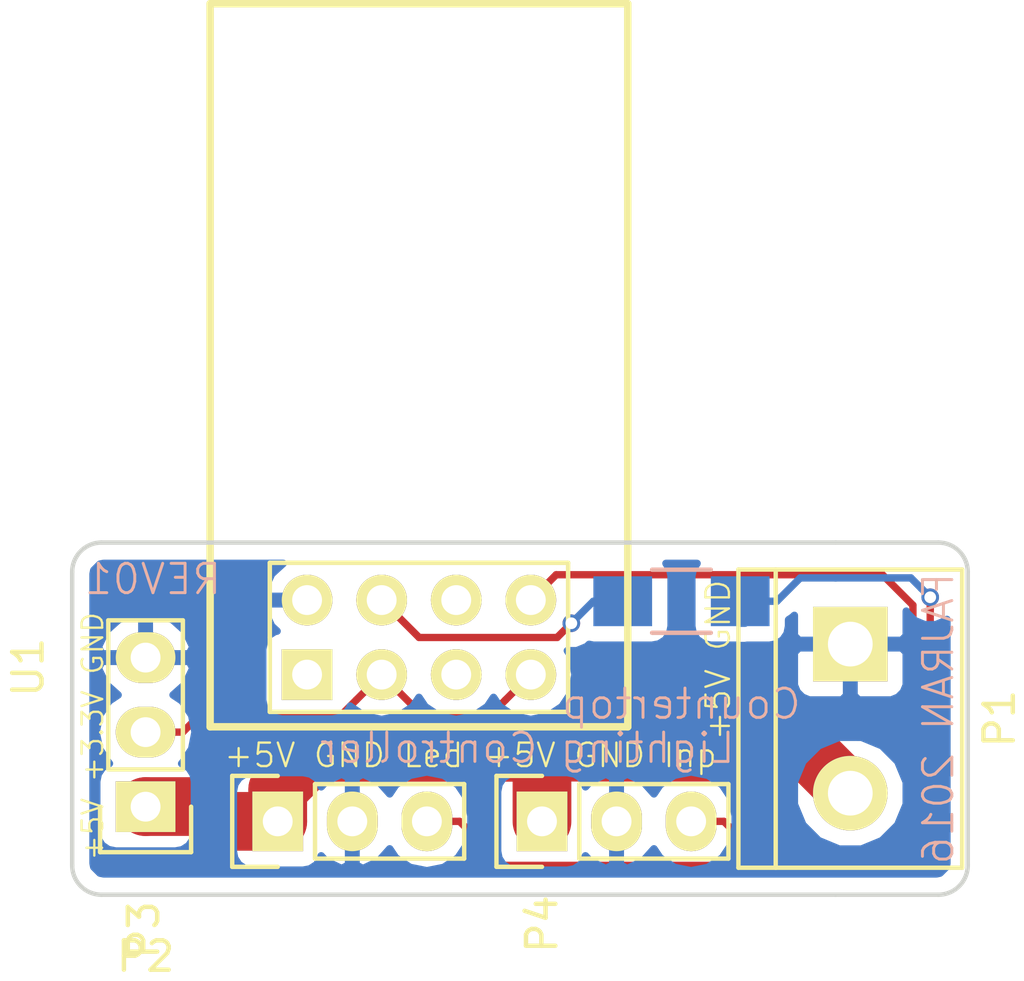
<source format=kicad_pcb>
(kicad_pcb (version 4) (host pcbnew 4.0.3+e1-6302~38~ubuntu15.04.1-stable)

  (general
    (links 12)
    (no_connects 0)
    (area 115.466667 80.312999 150.655 114.175)
    (thickness 1.6)
    (drawings 18)
    (tracks 49)
    (zones 0)
    (modules 6)
    (nets 10)
  )

  (page A4)
  (layers
    (0 F.Cu signal)
    (31 B.Cu signal)
    (32 B.Adhes user)
    (33 F.Adhes user)
    (34 B.Paste user)
    (35 F.Paste user)
    (36 B.SilkS user)
    (37 F.SilkS user)
    (38 B.Mask user)
    (39 F.Mask user)
    (40 Dwgs.User user)
    (41 Cmts.User user)
    (42 Eco1.User user)
    (43 Eco2.User user)
    (44 Edge.Cuts user)
    (45 Margin user)
    (46 B.CrtYd user)
    (47 F.CrtYd user)
    (48 B.Fab user)
    (49 F.Fab user)
  )

  (setup
    (last_trace_width 0.25)
    (trace_clearance 0.2)
    (zone_clearance 0.508)
    (zone_45_only yes)
    (trace_min 0.2)
    (segment_width 0.2)
    (edge_width 0.15)
    (via_size 0.6)
    (via_drill 0.4)
    (via_min_size 0.4)
    (via_min_drill 0.3)
    (uvia_size 0.3)
    (uvia_drill 0.1)
    (uvias_allowed no)
    (uvia_min_size 0.2)
    (uvia_min_drill 0.1)
    (pcb_text_width 0.3)
    (pcb_text_size 1.5 1.5)
    (mod_edge_width 0.15)
    (mod_text_size 1 1)
    (mod_text_width 0.15)
    (pad_size 1.524 1.524)
    (pad_drill 0.762)
    (pad_to_mask_clearance 0.2)
    (aux_axis_origin 0 0)
    (visible_elements FFFFFF7F)
    (pcbplotparams
      (layerselection 0x010f0_80000001)
      (usegerberextensions false)
      (excludeedgelayer true)
      (linewidth 0.100000)
      (plotframeref false)
      (viasonmask false)
      (mode 1)
      (useauxorigin false)
      (hpglpennumber 1)
      (hpglpenspeed 20)
      (hpglpendiameter 15)
      (hpglpenoverlay 2)
      (psnegative false)
      (psa4output false)
      (plotreference true)
      (plotvalue true)
      (plotinvisibletext false)
      (padsonsilk false)
      (subtractmaskfromsilk false)
      (outputformat 1)
      (mirror false)
      (drillshape 0)
      (scaleselection 1)
      (outputdirectory gerber))
  )

  (net 0 "")
  (net 1 GND)
  (net 2 +5V)
  (net 3 +3V3)
  (net 4 /Led)
  (net 5 "Net-(U1-Pad1)")
  (net 6 "Net-(U1-Pad5)")
  (net 7 "Net-(U1-Pad6)")
  (net 8 /Input)
  (net 9 "Net-(R1-Pad1)")

  (net_class Default "This is the default net class."
    (clearance 0.2)
    (trace_width 0.25)
    (via_dia 0.6)
    (via_drill 0.4)
    (uvia_dia 0.3)
    (uvia_drill 0.1)
    (add_net +3V3)
    (add_net /Input)
    (add_net /Led)
    (add_net GND)
    (add_net "Net-(R1-Pad1)")
    (add_net "Net-(U1-Pad1)")
    (add_net "Net-(U1-Pad5)")
    (add_net "Net-(U1-Pad6)")
  )

  (net_class 5V ""
    (clearance 0.2)
    (trace_width 2)
    (via_dia 0.6)
    (via_drill 0.4)
    (uvia_dia 0.3)
    (uvia_drill 0.1)
    (add_net +5V)
  )

  (module Pin_Headers:Pin_Header_Straight_1x03 (layer F.Cu) (tedit 57F94BEE) (tstamp 57F94A24)
    (at 125 108.5 90)
    (descr "Through hole pin header")
    (tags "pin header")
    (path /57F94CF7)
    (fp_text reference P3 (at -3.7 -4.56 90) (layer F.SilkS)
      (effects (font (size 1 1) (thickness 0.15)))
    )
    (fp_text value CONN_01X03 (at 0 -3.1 90) (layer F.Fab)
      (effects (font (size 1 1) (thickness 0.15)))
    )
    (fp_line (start -1.75 -1.75) (end -1.75 6.85) (layer F.CrtYd) (width 0.05))
    (fp_line (start 1.75 -1.75) (end 1.75 6.85) (layer F.CrtYd) (width 0.05))
    (fp_line (start -1.75 -1.75) (end 1.75 -1.75) (layer F.CrtYd) (width 0.05))
    (fp_line (start -1.75 6.85) (end 1.75 6.85) (layer F.CrtYd) (width 0.05))
    (fp_line (start -1.27 1.27) (end -1.27 6.35) (layer F.SilkS) (width 0.15))
    (fp_line (start -1.27 6.35) (end 1.27 6.35) (layer F.SilkS) (width 0.15))
    (fp_line (start 1.27 6.35) (end 1.27 1.27) (layer F.SilkS) (width 0.15))
    (fp_line (start 1.55 -1.55) (end 1.55 0) (layer F.SilkS) (width 0.15))
    (fp_line (start 1.27 1.27) (end -1.27 1.27) (layer F.SilkS) (width 0.15))
    (fp_line (start -1.55 0) (end -1.55 -1.55) (layer F.SilkS) (width 0.15))
    (fp_line (start -1.55 -1.55) (end 1.55 -1.55) (layer F.SilkS) (width 0.15))
    (pad 1 thru_hole rect (at 0 0 90) (size 2.032 1.7272) (drill 1.016) (layers *.Cu *.Mask F.SilkS)
      (net 2 +5V))
    (pad 2 thru_hole oval (at 0 2.54 90) (size 2.032 1.7272) (drill 1.016) (layers *.Cu *.Mask F.SilkS)
      (net 1 GND))
    (pad 3 thru_hole oval (at 0 5.08 90) (size 2.032 1.7272) (drill 1.016) (layers *.Cu *.Mask F.SilkS)
      (net 4 /Led))
    (model Pin_Headers.3dshapes/Pin_Header_Straight_1x03.wrl
      (at (xyz 0 -0.1 0))
      (scale (xyz 1 1 1))
      (rotate (xyz 0 0 90))
    )
  )

  (module ESP8266:ESP-01 (layer F.Cu) (tedit 577EF889) (tstamp 57F944F3)
    (at 126 103.5 90)
    (descr "Module, ESP-8266, ESP-01, 8 pin")
    (tags "Module ESP-8266 ESP8266")
    (path /57F9423F)
    (fp_text reference U1 (at 0.25 -9.5 90) (layer F.SilkS)
      (effects (font (size 1 1) (thickness 0.15)))
    )
    (fp_text value ESP-01v090 (at 12.192 3.556 90) (layer F.Fab)
      (effects (font (size 1 1) (thickness 0.15)))
    )
    (fp_line (start -1.778 -3.302) (end 22.86 -3.302) (layer F.SilkS) (width 0.254))
    (fp_line (start 22.86 -3.302) (end 22.86 10.922) (layer F.SilkS) (width 0.254))
    (fp_line (start 22.86 10.922) (end -1.778 10.922) (layer F.SilkS) (width 0.254))
    (fp_line (start -1.778 10.922) (end -1.778 -3.302) (layer F.SilkS) (width 0.254))
    (fp_line (start -1.778 -3.302) (end 22.86 -3.302) (layer F.Fab) (width 0.05))
    (fp_line (start 22.86 -3.302) (end 22.86 10.922) (layer F.Fab) (width 0.05))
    (fp_line (start 22.86 10.922) (end -1.778 10.922) (layer F.Fab) (width 0.05))
    (fp_line (start -1.778 10.922) (end -1.778 -3.302) (layer F.Fab) (width 0.05))
    (fp_line (start 1.27 -1.27) (end -1.27 -1.27) (layer F.SilkS) (width 0.1524))
    (fp_line (start -1.27 -1.27) (end -1.27 1.27) (layer F.SilkS) (width 0.1524))
    (fp_line (start -1.75 -1.75) (end -1.75 9.4) (layer F.CrtYd) (width 0.05))
    (fp_line (start 4.3 -1.75) (end 4.3 9.4) (layer F.CrtYd) (width 0.05))
    (fp_line (start -1.75 -1.75) (end 4.3 -1.75) (layer F.CrtYd) (width 0.05))
    (fp_line (start -1.75 9.4) (end 4.3 9.4) (layer F.CrtYd) (width 0.05))
    (fp_line (start -1.27 1.27) (end -1.27 8.89) (layer F.SilkS) (width 0.1524))
    (fp_line (start -1.27 8.89) (end 3.81 8.89) (layer F.SilkS) (width 0.1524))
    (fp_line (start 3.81 8.89) (end 3.81 -1.27) (layer F.SilkS) (width 0.1524))
    (fp_line (start 3.81 -1.27) (end 1.27 -1.27) (layer F.SilkS) (width 0.1524))
    (pad 1 thru_hole rect (at 0 0 90) (size 1.7272 1.7272) (drill 1.016) (layers *.Cu *.Mask F.SilkS)
      (net 5 "Net-(U1-Pad1)"))
    (pad 2 thru_hole oval (at 2.54 0 90) (size 1.7272 1.7272) (drill 1.016) (layers *.Cu *.Mask F.SilkS)
      (net 1 GND))
    (pad 3 thru_hole oval (at 0 2.54 90) (size 1.7272 1.7272) (drill 1.016) (layers *.Cu *.Mask F.SilkS)
      (net 3 +3V3))
    (pad 4 thru_hole oval (at 2.54 2.54 90) (size 1.7272 1.7272) (drill 1.016) (layers *.Cu *.Mask F.SilkS)
      (net 9 "Net-(R1-Pad1)"))
    (pad 5 thru_hole oval (at 0 5.08 90) (size 1.7272 1.7272) (drill 1.016) (layers *.Cu *.Mask F.SilkS)
      (net 6 "Net-(U1-Pad5)"))
    (pad 6 thru_hole oval (at 2.54 5.08 90) (size 1.7272 1.7272) (drill 1.016) (layers *.Cu *.Mask F.SilkS)
      (net 7 "Net-(U1-Pad6)"))
    (pad 7 thru_hole oval (at 0 7.62 90) (size 1.7272 1.7272) (drill 1.016) (layers *.Cu *.Mask F.SilkS)
      (net 3 +3V3))
    (pad 8 thru_hole oval (at 2.54 7.62 90) (size 1.7272 1.7272) (drill 1.016) (layers *.Cu *.Mask F.SilkS)
      (net 8 /Input))
  )

  (module Connect:bornier2 (layer F.Cu) (tedit 0) (tstamp 57F944D8)
    (at 144.5 105 270)
    (descr "Bornier d'alimentation 2 pins")
    (tags DEV)
    (path /57F942BF)
    (fp_text reference P1 (at 0 -5.08 270) (layer F.SilkS)
      (effects (font (size 1 1) (thickness 0.15)))
    )
    (fp_text value CONN_01X02 (at 0 5.08 270) (layer F.Fab)
      (effects (font (size 1 1) (thickness 0.15)))
    )
    (fp_line (start 5.08 2.54) (end -5.08 2.54) (layer F.SilkS) (width 0.15))
    (fp_line (start 5.08 3.81) (end 5.08 -3.81) (layer F.SilkS) (width 0.15))
    (fp_line (start 5.08 -3.81) (end -5.08 -3.81) (layer F.SilkS) (width 0.15))
    (fp_line (start -5.08 -3.81) (end -5.08 3.81) (layer F.SilkS) (width 0.15))
    (fp_line (start -5.08 3.81) (end 5.08 3.81) (layer F.SilkS) (width 0.15))
    (pad 1 thru_hole rect (at -2.54 0 270) (size 2.54 2.54) (drill 1.524) (layers *.Cu *.Mask F.SilkS)
      (net 1 GND))
    (pad 2 thru_hole circle (at 2.54 0 270) (size 2.54 2.54) (drill 1.524) (layers *.Cu *.Mask F.SilkS)
      (net 2 +5V))
    (model Connect.3dshapes/bornier2.wrl
      (at (xyz 0 0 0))
      (scale (xyz 1 1 1))
      (rotate (xyz 0 0 0))
    )
  )

  (module Pin_Headers:Pin_Header_Straight_1x03 (layer F.Cu) (tedit 0) (tstamp 57F944DF)
    (at 120.5 108 180)
    (descr "Through hole pin header")
    (tags "pin header")
    (path /57F943BD)
    (fp_text reference P2 (at 0 -5.1 180) (layer F.SilkS)
      (effects (font (size 1 1) (thickness 0.15)))
    )
    (fp_text value CONN_01X03 (at 0 -3.1 180) (layer F.Fab)
      (effects (font (size 1 1) (thickness 0.15)))
    )
    (fp_line (start -1.75 -1.75) (end -1.75 6.85) (layer F.CrtYd) (width 0.05))
    (fp_line (start 1.75 -1.75) (end 1.75 6.85) (layer F.CrtYd) (width 0.05))
    (fp_line (start -1.75 -1.75) (end 1.75 -1.75) (layer F.CrtYd) (width 0.05))
    (fp_line (start -1.75 6.85) (end 1.75 6.85) (layer F.CrtYd) (width 0.05))
    (fp_line (start -1.27 1.27) (end -1.27 6.35) (layer F.SilkS) (width 0.15))
    (fp_line (start -1.27 6.35) (end 1.27 6.35) (layer F.SilkS) (width 0.15))
    (fp_line (start 1.27 6.35) (end 1.27 1.27) (layer F.SilkS) (width 0.15))
    (fp_line (start 1.55 -1.55) (end 1.55 0) (layer F.SilkS) (width 0.15))
    (fp_line (start 1.27 1.27) (end -1.27 1.27) (layer F.SilkS) (width 0.15))
    (fp_line (start -1.55 0) (end -1.55 -1.55) (layer F.SilkS) (width 0.15))
    (fp_line (start -1.55 -1.55) (end 1.55 -1.55) (layer F.SilkS) (width 0.15))
    (pad 1 thru_hole rect (at 0 0 180) (size 2.032 1.7272) (drill 1.016) (layers *.Cu *.Mask F.SilkS)
      (net 2 +5V))
    (pad 2 thru_hole oval (at 0 2.54 180) (size 2.032 1.7272) (drill 1.016) (layers *.Cu *.Mask F.SilkS)
      (net 3 +3V3))
    (pad 3 thru_hole oval (at 0 5.08 180) (size 2.032 1.7272) (drill 1.016) (layers *.Cu *.Mask F.SilkS)
      (net 1 GND))
    (model Pin_Headers.3dshapes/Pin_Header_Straight_1x03.wrl
      (at (xyz 0 -0.1 0))
      (scale (xyz 1 1 1))
      (rotate (xyz 0 0 90))
    )
  )

  (module Resistors_SMD:R_1206_HandSoldering (layer B.Cu) (tedit 57F94DC3) (tstamp 57F94674)
    (at 138.75 101)
    (descr "Resistor SMD 1206, hand soldering")
    (tags "resistor 1206")
    (path /57F949E7)
    (attr smd)
    (fp_text reference R1 (at 0 2.3) (layer B.SilkS) hide
      (effects (font (size 1 1) (thickness 0.15)) (justify mirror))
    )
    (fp_text value R (at 0 -3) (layer B.Fab)
      (effects (font (size 1 1) (thickness 0.15)) (justify mirror))
    )
    (fp_line (start -3.3 1.2) (end 3.3 1.2) (layer B.CrtYd) (width 0.05))
    (fp_line (start -3.3 -1.2) (end 3.3 -1.2) (layer B.CrtYd) (width 0.05))
    (fp_line (start -3.3 1.2) (end -3.3 -1.2) (layer B.CrtYd) (width 0.05))
    (fp_line (start 3.3 1.2) (end 3.3 -1.2) (layer B.CrtYd) (width 0.05))
    (fp_line (start 1 -1.075) (end -1 -1.075) (layer B.SilkS) (width 0.15))
    (fp_line (start -1 1.075) (end 1 1.075) (layer B.SilkS) (width 0.15))
    (pad 1 smd rect (at -2 0) (size 2 1.7) (layers B.Cu B.Paste B.Mask)
      (net 9 "Net-(R1-Pad1)"))
    (pad 2 smd rect (at 2 0) (size 2 1.7) (layers B.Cu B.Paste B.Mask)
      (net 4 /Led))
    (model Resistors_SMD.3dshapes/R_1206_HandSoldering.wrl
      (at (xyz 0 0 0))
      (scale (xyz 1 1 1))
      (rotate (xyz 0 0 0))
    )
  )

  (module Pin_Headers:Pin_Header_Straight_1x03 (layer F.Cu) (tedit 57F94D58) (tstamp 57F94C8F)
    (at 134 108.5 90)
    (descr "Through hole pin header")
    (tags "pin header")
    (path /57F94F78)
    (fp_text reference P4 (at -3.5 0 90) (layer F.SilkS)
      (effects (font (size 1 1) (thickness 0.15)))
    )
    (fp_text value CONN_01X03 (at 0 -3.1 90) (layer F.Fab)
      (effects (font (size 1 1) (thickness 0.15)))
    )
    (fp_line (start -1.75 -1.75) (end -1.75 6.85) (layer F.CrtYd) (width 0.05))
    (fp_line (start 1.75 -1.75) (end 1.75 6.85) (layer F.CrtYd) (width 0.05))
    (fp_line (start -1.75 -1.75) (end 1.75 -1.75) (layer F.CrtYd) (width 0.05))
    (fp_line (start -1.75 6.85) (end 1.75 6.85) (layer F.CrtYd) (width 0.05))
    (fp_line (start -1.27 1.27) (end -1.27 6.35) (layer F.SilkS) (width 0.15))
    (fp_line (start -1.27 6.35) (end 1.27 6.35) (layer F.SilkS) (width 0.15))
    (fp_line (start 1.27 6.35) (end 1.27 1.27) (layer F.SilkS) (width 0.15))
    (fp_line (start 1.55 -1.55) (end 1.55 0) (layer F.SilkS) (width 0.15))
    (fp_line (start 1.27 1.27) (end -1.27 1.27) (layer F.SilkS) (width 0.15))
    (fp_line (start -1.55 0) (end -1.55 -1.55) (layer F.SilkS) (width 0.15))
    (fp_line (start -1.55 -1.55) (end 1.55 -1.55) (layer F.SilkS) (width 0.15))
    (pad 1 thru_hole rect (at 0 0 90) (size 2.032 1.7272) (drill 1.016) (layers *.Cu *.Mask F.SilkS)
      (net 2 +5V))
    (pad 2 thru_hole oval (at 0 2.54 90) (size 2.032 1.7272) (drill 1.016) (layers *.Cu *.Mask F.SilkS)
      (net 1 GND))
    (pad 3 thru_hole oval (at 0 5.08 90) (size 2.032 1.7272) (drill 1.016) (layers *.Cu *.Mask F.SilkS)
      (net 8 /Input))
    (model Pin_Headers.3dshapes/Pin_Header_Straight_1x03.wrl
      (at (xyz 0 -0.1 0))
      (scale (xyz 1 1 1))
      (rotate (xyz 0 0 90))
    )
  )

  (gr_text "Lighting Controller" (at 133.5 106) (layer B.SilkS)
    (effects (font (size 1 1) (thickness 0.1)) (justify mirror))
  )
  (gr_text Countertop (at 138.75 104.5) (layer B.SilkS)
    (effects (font (size 1 1) (thickness 0.1)) (justify mirror))
  )
  (gr_text REV01 (at 120.75 100.25) (layer B.SilkS)
    (effects (font (size 1 1) (thickness 0.1)) (justify mirror))
  )
  (gr_text "+5V GND Inp" (at 136 106.25) (layer F.SilkS)
    (effects (font (size 0.8 0.8) (thickness 0.08)))
  )
  (gr_text "+5V GND Led" (at 127.25 106.25) (layer F.SilkS)
    (effects (font (size 0.8 0.8) (thickness 0.08)))
  )
  (gr_line (start 147.5 99) (end 144 99) (angle 90) (layer Edge.Cuts) (width 0.15))
  (gr_line (start 147.5 111) (end 144 111) (angle 90) (layer Edge.Cuts) (width 0.15))
  (gr_text "+5V +3.3V GND" (at 118.7 105.6 90) (layer F.SilkS)
    (effects (font (size 0.7 0.7) (thickness 0.08)))
  )
  (gr_text "+5V GND" (at 140 103 90) (layer F.SilkS)
    (effects (font (size 0.8 0.8) (thickness 0.08)))
  )
  (gr_text "FAJRAN 2016" (at 147.5 105 90) (layer B.SilkS)
    (effects (font (size 1 1) (thickness 0.1)) (justify mirror))
  )
  (gr_arc (start 119 100) (end 118 100) (angle 90) (layer Edge.Cuts) (width 0.15))
  (gr_arc (start 119 110) (end 119 111) (angle 90) (layer Edge.Cuts) (width 0.15))
  (gr_arc (start 147.5 110) (end 148.5 110) (angle 90) (layer Edge.Cuts) (width 0.15))
  (gr_arc (start 147.5 100) (end 147.5 99) (angle 90) (layer Edge.Cuts) (width 0.15))
  (gr_line (start 148.5 110) (end 148.5 100) (angle 90) (layer Edge.Cuts) (width 0.15))
  (gr_line (start 119 111) (end 144 111) (angle 90) (layer Edge.Cuts) (width 0.15))
  (gr_line (start 118 100) (end 118 110) (angle 90) (layer Edge.Cuts) (width 0.15))
  (gr_line (start 144 99) (end 119 99) (angle 90) (layer Edge.Cuts) (width 0.15))

  (segment (start 144.5 107.54) (end 143.10202 106.14202) (width 2) (layer F.Cu) (net 2))
  (segment (start 134.127981 106.14202) (end 134 106.270001) (width 2) (layer F.Cu) (net 2))
  (segment (start 143.10202 106.14202) (end 134.127981 106.14202) (width 2) (layer F.Cu) (net 2))
  (segment (start 134 106.270001) (end 133.877998 106.147999) (width 2) (layer F.Cu) (net 2))
  (segment (start 133.877998 106.147999) (end 126.266103 106.147999) (width 2) (layer F.Cu) (net 2))
  (segment (start 126.266103 106.147999) (end 125 107.414102) (width 2) (layer F.Cu) (net 2))
  (segment (start 125 107.414102) (end 125 108.5) (width 2) (layer F.Cu) (net 2))
  (segment (start 125 108.5) (end 123.020041 108.5) (width 2) (layer F.Cu) (net 2))
  (segment (start 123.020041 108.5) (end 122.515668 107.995627) (width 2) (layer F.Cu) (net 2))
  (segment (start 122.515668 107.995627) (end 120.504373 107.995627) (width 2) (layer F.Cu) (net 2))
  (segment (start 120.504373 107.995627) (end 120.5 108) (width 2) (layer F.Cu) (net 2))
  (segment (start 134 108.5) (end 134 106.270001) (width 2) (layer F.Cu) (net 2))
  (segment (start 127.676401 104.363599) (end 128.54 103.5) (width 0.25) (layer F.Cu) (net 3))
  (segment (start 127.217012 104.822988) (end 127.676401 104.363599) (width 0.25) (layer F.Cu) (net 3))
  (segment (start 122.403012 104.822988) (end 127.217012 104.822988) (width 0.25) (layer F.Cu) (net 3))
  (segment (start 121.766 105.46) (end 122.403012 104.822988) (width 0.25) (layer F.Cu) (net 3))
  (segment (start 128.54 103.5) (end 129.862988 104.822988) (width 0.25) (layer F.Cu) (net 3))
  (segment (start 132.756401 104.363599) (end 133.62 103.5) (width 0.25) (layer F.Cu) (net 3))
  (segment (start 120.5 105.46) (end 121.766 105.46) (width 0.25) (layer F.Cu) (net 3))
  (segment (start 129.862988 104.822988) (end 132.297012 104.822988) (width 0.25) (layer F.Cu) (net 3))
  (segment (start 132.297012 104.822988) (end 132.756401 104.363599) (width 0.25) (layer F.Cu) (net 3))
  (segment (start 144 100.204781) (end 146.562544 100.204781) (width 0.25) (layer B.Cu) (net 4))
  (segment (start 142 101) (end 142.795219 100.204781) (width 0.25) (layer B.Cu) (net 4))
  (segment (start 140.75 101) (end 142 101) (width 0.25) (layer B.Cu) (net 4))
  (segment (start 142.795219 100.204781) (end 144 100.204781) (width 0.25) (layer B.Cu) (net 4))
  (segment (start 131.1936 108.5) (end 132.6936 110) (width 0.25) (layer F.Cu) (net 4))
  (segment (start 145.688407 110) (end 147.222075 108.466332) (width 0.25) (layer F.Cu) (net 4))
  (segment (start 130.08 108.5) (end 131.1936 108.5) (width 0.25) (layer F.Cu) (net 4))
  (segment (start 132.6936 110) (end 145.688407 110) (width 0.25) (layer F.Cu) (net 4))
  (segment (start 147.222075 108.466332) (end 147.222075 101.288576) (width 0.25) (layer F.Cu) (net 4))
  (segment (start 147.222075 101.288576) (end 147.222075 100.864312) (width 0.25) (layer F.Cu) (net 4))
  (segment (start 140.75 101.75) (end 140.917268 101.75) (width 0.25) (layer B.Cu) (net 4))
  (segment (start 146.562544 100.204781) (end 146.922076 100.564313) (width 0.25) (layer B.Cu) (net 4))
  (segment (start 146.922076 100.564313) (end 147.222075 100.864312) (width 0.25) (layer B.Cu) (net 4))
  (via (at 147.222075 100.864312) (size 0.6) (drill 0.4) (layers F.Cu B.Cu) (net 4))
  (segment (start 145.594531 100.096401) (end 134.483599 100.096401) (width 0.25) (layer F.Cu) (net 8))
  (segment (start 146.632928 101.134798) (end 145.594531 100.096401) (width 0.25) (layer F.Cu) (net 8))
  (segment (start 134.483599 100.096401) (end 133.62 100.96) (width 0.25) (layer F.Cu) (net 8))
  (segment (start 146.632928 108.419068) (end 146.632928 101.134798) (width 0.25) (layer F.Cu) (net 8))
  (segment (start 145.502007 109.549989) (end 146.632928 108.419068) (width 0.25) (layer F.Cu) (net 8))
  (segment (start 141.243589 109.549989) (end 145.502007 109.549989) (width 0.25) (layer F.Cu) (net 8))
  (segment (start 140.1936 108.5) (end 141.243589 109.549989) (width 0.25) (layer F.Cu) (net 8))
  (segment (start 139.08 108.5) (end 140.1936 108.5) (width 0.25) (layer F.Cu) (net 8))
  (segment (start 136.75 101) (end 135.75 101) (width 0.25) (layer B.Cu) (net 9))
  (segment (start 135.75 101) (end 135 101.75) (width 0.25) (layer B.Cu) (net 9))
  (segment (start 128.54 100.96) (end 129.81516 102.23516) (width 0.25) (layer F.Cu) (net 9))
  (segment (start 129.81516 102.23516) (end 134.51484 102.23516) (width 0.25) (layer F.Cu) (net 9))
  (segment (start 134.51484 102.23516) (end 135 101.75) (width 0.25) (layer F.Cu) (net 9))
  (via (at 135 101.75) (size 0.6) (drill 0.4) (layers F.Cu B.Cu) (net 9))

  (zone (net 1) (net_name GND) (layer B.Cu) (tstamp 57F94D36) (hatch edge 0.508)
    (connect_pads (clearance 0.508))
    (min_thickness 0.254)
    (fill yes (arc_segments 16) (thermal_gap 0.508) (thermal_bridge_width 0.508))
    (polygon
      (pts
        (xy 147.5 99.5) (xy 148 100) (xy 148 110) (xy 147.5 110.5) (xy 119 110.5)
        (xy 118.5 110) (xy 118.5 100) (xy 119 99.5)
      )
    )
    (filled_polygon
      (pts
        (xy 124.793179 100.07151) (xy 124.545032 100.600973) (xy 124.665531 100.833) (xy 125.873 100.833) (xy 125.873 100.813)
        (xy 126.127 100.813) (xy 126.127 100.833) (xy 126.147 100.833) (xy 126.147 101.087) (xy 126.127 101.087)
        (xy 126.127 101.107) (xy 125.873 101.107) (xy 125.873 101.087) (xy 124.665531 101.087) (xy 124.545032 101.319027)
        (xy 124.793179 101.84849) (xy 124.979433 102.018495) (xy 124.901083 102.033238) (xy 124.684959 102.17231) (xy 124.539969 102.38451)
        (xy 124.48896 102.6364) (xy 124.48896 104.3636) (xy 124.533238 104.598917) (xy 124.67231 104.815041) (xy 124.88451 104.960031)
        (xy 125.1364 105.01104) (xy 126.8636 105.01104) (xy 127.098917 104.966762) (xy 127.315041 104.82769) (xy 127.460031 104.61549)
        (xy 127.468864 104.571869) (xy 127.48033 104.589029) (xy 127.966511 104.913885) (xy 128.54 105.027959) (xy 129.113489 104.913885)
        (xy 129.59967 104.589029) (xy 129.81 104.274248) (xy 130.02033 104.589029) (xy 130.506511 104.913885) (xy 131.08 105.027959)
        (xy 131.653489 104.913885) (xy 132.13967 104.589029) (xy 132.35 104.274248) (xy 132.56033 104.589029) (xy 133.046511 104.913885)
        (xy 133.62 105.027959) (xy 134.193489 104.913885) (xy 134.67967 104.589029) (xy 135.004526 104.102848) (xy 135.1186 103.529359)
        (xy 135.1186 103.470641) (xy 135.004526 102.897152) (xy 134.903363 102.74575) (xy 142.595 102.74575) (xy 142.595 103.856309)
        (xy 142.691673 104.089698) (xy 142.870301 104.268327) (xy 143.10369 104.365) (xy 144.21425 104.365) (xy 144.373 104.20625)
        (xy 144.373 102.587) (xy 144.627 102.587) (xy 144.627 104.20625) (xy 144.78575 104.365) (xy 145.89631 104.365)
        (xy 146.129699 104.268327) (xy 146.308327 104.089698) (xy 146.405 103.856309) (xy 146.405 102.74575) (xy 146.24625 102.587)
        (xy 144.627 102.587) (xy 144.373 102.587) (xy 142.75375 102.587) (xy 142.595 102.74575) (xy 134.903363 102.74575)
        (xy 134.862691 102.684881) (xy 135.185167 102.685162) (xy 135.528943 102.543117) (xy 135.604264 102.467928) (xy 135.75 102.49744)
        (xy 137.75 102.49744) (xy 137.985317 102.453162) (xy 138.201441 102.31409) (xy 138.346431 102.10189) (xy 138.39744 101.85)
        (xy 138.39744 100.15) (xy 138.353162 99.914683) (xy 138.221452 99.71) (xy 139.282099 99.71) (xy 139.153569 99.89811)
        (xy 139.10256 100.15) (xy 139.10256 101.85) (xy 139.146838 102.085317) (xy 139.28591 102.301441) (xy 139.49811 102.446431)
        (xy 139.75 102.49744) (xy 140.686857 102.49744) (xy 140.75 102.51) (xy 140.917268 102.51) (xy 140.980411 102.49744)
        (xy 141.75 102.49744) (xy 141.985317 102.453162) (xy 142.201441 102.31409) (xy 142.346431 102.10189) (xy 142.39744 101.85)
        (xy 142.39744 101.63092) (xy 142.537401 101.537401) (xy 142.595 101.479802) (xy 142.595 102.17425) (xy 142.75375 102.333)
        (xy 144.373 102.333) (xy 144.373 102.313) (xy 144.627 102.313) (xy 144.627 102.333) (xy 146.24625 102.333)
        (xy 146.405 102.17425) (xy 146.405 101.335272) (xy 146.428958 101.393255) (xy 146.691748 101.656504) (xy 147.035276 101.79915)
        (xy 147.407242 101.799474) (xy 147.751018 101.657429) (xy 147.79 101.618515) (xy 147.79 109.93007) (xy 147.765089 110.055305)
        (xy 147.555305 110.265089) (xy 147.43007 110.29) (xy 119.06993 110.29) (xy 118.944695 110.265089) (xy 118.734911 110.055305)
        (xy 118.71 109.93007) (xy 118.71 105.46) (xy 118.816655 105.46) (xy 118.930729 106.033489) (xy 119.255585 106.51967)
        (xy 119.269913 106.529243) (xy 119.248683 106.533238) (xy 119.032559 106.67231) (xy 118.887569 106.88451) (xy 118.83656 107.1364)
        (xy 118.83656 108.8636) (xy 118.880838 109.098917) (xy 119.01991 109.315041) (xy 119.23211 109.460031) (xy 119.484 109.51104)
        (xy 121.516 109.51104) (xy 121.751317 109.466762) (xy 121.967441 109.32769) (xy 122.112431 109.11549) (xy 122.16344 108.8636)
        (xy 122.16344 107.484) (xy 123.48896 107.484) (xy 123.48896 109.516) (xy 123.533238 109.751317) (xy 123.67231 109.967441)
        (xy 123.88451 110.112431) (xy 124.1364 110.16344) (xy 125.8636 110.16344) (xy 126.098917 110.119162) (xy 126.315041 109.98009)
        (xy 126.460031 109.76789) (xy 126.479232 109.673073) (xy 126.637964 109.850732) (xy 127.165209 110.104709) (xy 127.180974 110.107358)
        (xy 127.413 109.986217) (xy 127.413 108.627) (xy 127.393 108.627) (xy 127.393 108.373) (xy 127.413 108.373)
        (xy 127.413 107.013783) (xy 127.667 107.013783) (xy 127.667 108.373) (xy 127.687 108.373) (xy 127.687 108.627)
        (xy 127.667 108.627) (xy 127.667 109.986217) (xy 127.899026 110.107358) (xy 127.914791 110.104709) (xy 128.442036 109.850732)
        (xy 128.813539 109.434931) (xy 129.02033 109.744415) (xy 129.506511 110.069271) (xy 130.08 110.183345) (xy 130.653489 110.069271)
        (xy 131.13967 109.744415) (xy 131.464526 109.258234) (xy 131.5786 108.684745) (xy 131.5786 108.315255) (xy 131.464526 107.741766)
        (xy 131.292293 107.484) (xy 132.48896 107.484) (xy 132.48896 109.516) (xy 132.533238 109.751317) (xy 132.67231 109.967441)
        (xy 132.88451 110.112431) (xy 133.1364 110.16344) (xy 134.8636 110.16344) (xy 135.098917 110.119162) (xy 135.315041 109.98009)
        (xy 135.460031 109.76789) (xy 135.479232 109.673073) (xy 135.637964 109.850732) (xy 136.165209 110.104709) (xy 136.180974 110.107358)
        (xy 136.413 109.986217) (xy 136.413 108.627) (xy 136.393 108.627) (xy 136.393 108.373) (xy 136.413 108.373)
        (xy 136.413 107.013783) (xy 136.667 107.013783) (xy 136.667 108.373) (xy 136.687 108.373) (xy 136.687 108.627)
        (xy 136.667 108.627) (xy 136.667 109.986217) (xy 136.899026 110.107358) (xy 136.914791 110.104709) (xy 137.442036 109.850732)
        (xy 137.813539 109.434931) (xy 138.02033 109.744415) (xy 138.506511 110.069271) (xy 139.08 110.183345) (xy 139.653489 110.069271)
        (xy 140.13967 109.744415) (xy 140.464526 109.258234) (xy 140.5786 108.684745) (xy 140.5786 108.315255) (xy 140.499435 107.917265)
        (xy 142.59467 107.917265) (xy 142.884078 108.617686) (xy 143.419495 109.154039) (xy 144.11941 109.444668) (xy 144.877265 109.44533)
        (xy 145.577686 109.155922) (xy 146.114039 108.620505) (xy 146.404668 107.92059) (xy 146.40533 107.162735) (xy 146.115922 106.462314)
        (xy 145.580505 105.925961) (xy 144.88059 105.635332) (xy 144.122735 105.63467) (xy 143.422314 105.924078) (xy 142.885961 106.459495)
        (xy 142.595332 107.15941) (xy 142.59467 107.917265) (xy 140.499435 107.917265) (xy 140.464526 107.741766) (xy 140.13967 107.255585)
        (xy 139.653489 106.930729) (xy 139.08 106.816655) (xy 138.506511 106.930729) (xy 138.02033 107.255585) (xy 137.813539 107.565069)
        (xy 137.442036 107.149268) (xy 136.914791 106.895291) (xy 136.899026 106.892642) (xy 136.667 107.013783) (xy 136.413 107.013783)
        (xy 136.180974 106.892642) (xy 136.165209 106.895291) (xy 135.637964 107.149268) (xy 135.481093 107.324845) (xy 135.466762 107.248683)
        (xy 135.32769 107.032559) (xy 135.11549 106.887569) (xy 134.8636 106.83656) (xy 133.1364 106.83656) (xy 132.901083 106.880838)
        (xy 132.684959 107.01991) (xy 132.539969 107.23211) (xy 132.48896 107.484) (xy 131.292293 107.484) (xy 131.13967 107.255585)
        (xy 130.653489 106.930729) (xy 130.08 106.816655) (xy 129.506511 106.930729) (xy 129.02033 107.255585) (xy 128.813539 107.565069)
        (xy 128.442036 107.149268) (xy 127.914791 106.895291) (xy 127.899026 106.892642) (xy 127.667 107.013783) (xy 127.413 107.013783)
        (xy 127.180974 106.892642) (xy 127.165209 106.895291) (xy 126.637964 107.149268) (xy 126.481093 107.324845) (xy 126.466762 107.248683)
        (xy 126.32769 107.032559) (xy 126.11549 106.887569) (xy 125.8636 106.83656) (xy 124.1364 106.83656) (xy 123.901083 106.880838)
        (xy 123.684959 107.01991) (xy 123.539969 107.23211) (xy 123.48896 107.484) (xy 122.16344 107.484) (xy 122.16344 107.1364)
        (xy 122.119162 106.901083) (xy 121.98009 106.684959) (xy 121.76789 106.539969) (xy 121.726561 106.5316) (xy 121.744415 106.51967)
        (xy 122.069271 106.033489) (xy 122.183345 105.46) (xy 122.069271 104.886511) (xy 121.744415 104.40033) (xy 121.434931 104.193539)
        (xy 121.850732 103.822036) (xy 122.104709 103.294791) (xy 122.107358 103.279026) (xy 121.986217 103.047) (xy 120.627 103.047)
        (xy 120.627 103.067) (xy 120.373 103.067) (xy 120.373 103.047) (xy 119.013783 103.047) (xy 118.892642 103.279026)
        (xy 118.895291 103.294791) (xy 119.149268 103.822036) (xy 119.565069 104.193539) (xy 119.255585 104.40033) (xy 118.930729 104.886511)
        (xy 118.816655 105.46) (xy 118.71 105.46) (xy 118.71 102.560974) (xy 118.892642 102.560974) (xy 119.013783 102.793)
        (xy 120.373 102.793) (xy 120.373 101.579076) (xy 120.627 101.579076) (xy 120.627 102.793) (xy 121.986217 102.793)
        (xy 122.107358 102.560974) (xy 122.104709 102.545209) (xy 121.850732 102.017964) (xy 121.41432 101.628046) (xy 120.861913 101.434816)
        (xy 120.627 101.579076) (xy 120.373 101.579076) (xy 120.138087 101.434816) (xy 119.58568 101.628046) (xy 119.149268 102.017964)
        (xy 118.895291 102.545209) (xy 118.892642 102.560974) (xy 118.71 102.560974) (xy 118.71 100.06993) (xy 118.734911 99.944695)
        (xy 118.944695 99.734911) (xy 119.06993 99.71) (xy 125.189241 99.71)
      )
    )
  )
)

</source>
